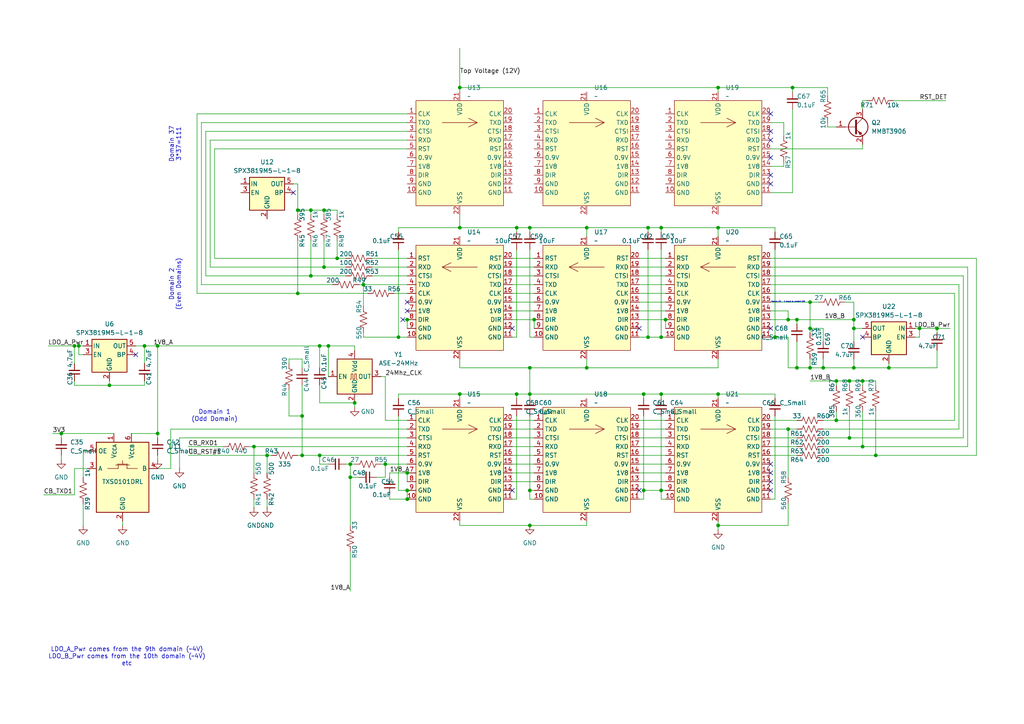
<source format=kicad_sch>
(kicad_sch (version 20250114) (generator "eeschema") (generator_version "9.0")
  (paper "A4")
  (text "Domain 2\n(Even Domains)" (at 50.8 82.55 90) (effects (font (size 1.27 1.27))))
  (text "Measure this - it should be constant 0.9V" (at 228.6 87.63 0) (effects (font (size 0.3 0.3))))
  (text "Domain 37\n3*37=111" (at 50.8 41.91 90) (effects (font (size 1.27 1.27))))
  (text "LDO_A_Pwr comes from the 9th domain (~4V)\nLDO_B_Pwr comes from the 10th domain (~4V)\netc" (at 36.83 190.5 0) (effects (font (size 1.27 1.27))))
  (text "Domain 1\n(Odd Domain)\n" (at 62.23 120.65 0) (effects (font (size 1.27 1.27))))
  (junction (at 118.11 137.16))
  (junction (at 97.79 74.93))
  (junction (at 77.47 132.08))
  (junction (at 208.28 66.04))
  (junction (at 92.71 132.08))
  (junction (at 247.65 92.71))
  (junction (at 208.28 114.3))
  (junction (at 153.67 114.3))
  (junction (at 247.65 95.25))
  (junction (at 101.6 138.43))
  (junction (at 102.87 116.84))
  (junction (at 224.79 97.79))
  (junction (at 45.72 100.33))
  (junction (at 246.38 110.49))
  (junction (at 45.72 125.73))
  (junction (at 247.65 106.68))
  (junction (at 170.18 66.04))
  (junction (at 87.63 132.08))
  (junction (at 191.77 66.04))
  (junction (at 149.86 66.04))
  (junction (at 31.75 111.76))
  (junction (at 118.11 92.71))
  (junction (at 101.6 134.62))
  (junction (at 133.35 114.3))
  (junction (at 90.17 80.01))
  (junction (at 250.19 110.49))
  (junction (at 90.17 60.96))
  (junction (at 115.57 97.79))
  (junction (at 242.57 110.49))
  (junction (at 17.78 125.73))
  (junction (at 187.96 66.04))
  (junction (at 153.67 142.24))
  (junction (at 186.69 114.3))
  (junction (at 229.87 25.4))
  (junction (at 191.77 142.24))
  (junction (at 93.98 60.96))
  (junction (at 191.77 97.79))
  (junction (at 234.95 87.63))
  (junction (at 86.36 85.09))
  (junction (at 73.66 129.54))
  (junction (at 186.69 142.24))
  (junction (at 191.77 114.3))
  (junction (at 271.78 95.25))
  (junction (at 193.04 92.71))
  (junction (at 238.76 106.68))
  (junction (at 153.67 152.4))
  (junction (at 242.57 121.92))
  (junction (at 257.81 106.68))
  (junction (at 118.11 142.24))
  (junction (at 41.91 100.33))
  (junction (at 133.35 66.04))
  (junction (at 111.76 134.62))
  (junction (at 22.86 100.33))
  (junction (at 250.19 129.54))
  (junction (at 87.63 120.65))
  (junction (at 254 132.08))
  (junction (at 228.6 124.46))
  (junction (at 153.67 66.04))
  (junction (at 208.28 152.4))
  (junction (at 86.36 60.96))
  (junction (at 234.95 95.25))
  (junction (at 208.28 25.4))
  (junction (at 95.25 100.33))
  (junction (at 231.14 92.71))
  (junction (at 170.18 106.68))
  (junction (at 105.41 82.55))
  (junction (at 154.94 92.71))
  (junction (at 133.35 25.4))
  (junction (at 231.14 106.68))
  (junction (at 153.67 106.68))
  (junction (at 234.95 106.68))
  (junction (at 118.11 144.78))
  (junction (at 187.96 97.79))
  (junction (at 228.6 92.71))
  (junction (at 21.59 100.33))
  (junction (at 93.98 77.47))
  (junction (at 149.86 114.3))
  (junction (at 92.71 100.33))
  (junction (at 266.7 95.25))
  (junction (at 246.38 127))
  (no_connect (at 118.11 90.17))
  (no_connect (at 223.52 134.62))
  (no_connect (at 223.52 95.25))
  (no_connect (at 223.52 137.16))
  (no_connect (at 185.42 142.24))
  (no_connect (at 185.42 95.25))
  (no_connect (at 223.52 33.02))
  (no_connect (at 223.52 38.1))
  (no_connect (at 223.52 53.34))
  (no_connect (at 223.52 142.24))
  (no_connect (at 223.52 40.64))
  (no_connect (at 223.52 139.7))
  (no_connect (at 116.84 92.71))
  (no_connect (at 39.37 102.87))
  (no_connect (at 148.59 95.25))
  (no_connect (at 223.52 50.8))
  (no_connect (at 118.11 87.63))
  (no_connect (at 250.19 97.79))
  (no_connect (at 148.59 142.24))
  (no_connect (at 85.09 55.88))
  (no_connect (at 223.52 45.72))
  (wire (pts (xy 223.52 127) (xy 231.14 127)))
  (wire (pts (xy 105.41 82.55) (xy 118.11 82.55)))
  (wire (pts (xy 185.42 134.62) (xy 193.04 134.62)))
  (wire (pts (xy 208.28 153.67) (xy 208.28 152.4)))
  (wire (pts (xy 247.65 87.63) (xy 247.65 92.71)))
  (wire (pts (xy 250.19 129.54) (xy 280.67 129.54)))
  (wire (pts (xy 153.67 144.78) (xy 154.94 144.78)))
  (wire (pts (xy 170.18 66.04) (xy 187.96 66.04)))
  (wire (pts (xy 259.08 29.21) (xy 274.32 29.21)))
  (wire (pts (xy 35.56 152.4) (xy 35.56 151.13)))
  (wire (pts (xy 101.6 160.02) (xy 101.6 171.45)))
  (wire (pts (xy 238.76 127) (xy 246.38 127)))
  (wire (pts (xy 228.6 124.46) (xy 228.6 138.43)))
  (wire (pts (xy 83.82 104.14) (xy 83.82 105.41)))
  (wire (pts (xy 92.71 111.76) (xy 92.71 116.84)))
  (wire (pts (xy 87.63 104.14) (xy 87.63 106.68)))
  (wire (pts (xy 97.79 74.93) (xy 97.79 69.85)))
  (wire (pts (xy 242.57 111.76) (xy 242.57 110.49)))
  (wire (pts (xy 228.6 124.46) (xy 231.14 124.46)))
  (wire (pts (xy 266.7 97.79) (xy 265.43 97.79)))
  (wire (pts (xy 154.94 97.79) (xy 153.67 97.79)))
  (wire (pts (xy 21.59 135.89) (xy 21.59 143.51)))
  (wire (pts (xy 242.57 36.83) (xy 240.03 36.83)))
  (wire (pts (xy 185.42 144.78) (xy 186.69 144.78)))
  (wire (pts (xy 191.77 114.3) (xy 191.77 115.57)))
  (wire (pts (xy 185.42 97.79) (xy 187.96 97.79)))
  (wire (pts (xy 149.86 120.65) (xy 149.86 144.78)))
  (wire (pts (xy 223.52 129.54) (xy 231.14 129.54)))
  (wire (pts (xy 100.33 74.93) (xy 97.79 74.93)))
  (wire (pts (xy 242.57 110.49) (xy 246.38 110.49)))
  (wire (pts (xy 153.67 142.24) (xy 153.67 144.78)))
  (wire (pts (xy 116.84 92.71) (xy 118.11 92.71)))
  (wire (pts (xy 49.53 124.46) (xy 118.11 124.46)))
  (wire (pts (xy 208.28 151.13) (xy 208.28 152.4)))
  (wire (pts (xy 185.42 82.55) (xy 193.04 82.55)))
  (wire (pts (xy 186.69 142.24) (xy 191.77 142.24)))
  (wire (pts (xy 54.61 132.08) (xy 77.47 132.08)))
  (wire (pts (xy 153.67 115.57) (xy 153.67 114.3)))
  (wire (pts (xy 148.59 132.08) (xy 154.94 132.08)))
  (wire (pts (xy 280.67 129.54) (xy 280.67 77.47)))
  (wire (pts (xy 185.42 85.09) (xy 193.04 85.09)))
  (wire (pts (xy 107.95 74.93) (xy 118.11 74.93)))
  (wire (pts (xy 39.37 100.33) (xy 41.91 100.33)))
  (wire (pts (xy 118.11 127) (xy 52.07 127)))
  (wire (pts (xy 148.59 74.93) (xy 154.94 74.93)))
  (wire (pts (xy 242.57 121.92) (xy 276.86 121.92)))
  (wire (pts (xy 25.4 135.89) (xy 21.59 135.89)))
  (wire (pts (xy 109.22 138.43) (xy 111.76 138.43)))
  (wire (pts (xy 113.03 144.78) (xy 118.11 144.78)))
  (wire (pts (xy 86.36 85.09) (xy 106.68 85.09)))
  (wire (pts (xy 271.78 96.52) (xy 271.78 95.25)))
  (wire (pts (xy 254 132.08) (xy 238.76 132.08)))
  (wire (pts (xy 224.79 67.31) (xy 224.79 66.04)))
  (wire (pts (xy 227.33 46.99) (xy 227.33 48.26)))
  (wire (pts (xy 228.6 146.05) (xy 228.6 152.4)))
  (wire (pts (xy 149.86 66.04) (xy 153.67 66.04)))
  (wire (pts (xy 229.87 25.4) (xy 240.03 25.4)))
  (wire (pts (xy 224.79 97.79) (xy 228.6 97.79)))
  (wire (pts (xy 228.6 97.79) (xy 228.6 106.68)))
  (wire (pts (xy 153.67 120.65) (xy 153.67 142.24)))
  (wire (pts (xy 21.59 100.33) (xy 22.86 100.33)))
  (wire (pts (xy 254 119.38) (xy 254 132.08)))
  (wire (pts (xy 17.78 125.73) (xy 17.78 127)))
  (wire (pts (xy 238.76 124.46) (xy 278.13 124.46)))
  (wire (pts (xy 223.52 87.63) (xy 234.95 87.63)))
  (wire (pts (xy 223.52 144.78) (xy 224.79 144.78)))
  (wire (pts (xy 153.67 106.68) (xy 170.18 106.68)))
  (wire (pts (xy 246.38 127) (xy 279.4 127)))
  (wire (pts (xy 77.47 137.16) (xy 77.47 132.08)))
  (wire (pts (xy 105.41 97.79) (xy 105.41 96.52)))
  (wire (pts (xy 228.6 92.71) (xy 231.14 92.71)))
  (wire (pts (xy 85.09 53.34) (xy 86.36 53.34)))
  (wire (pts (xy 185.42 74.93) (xy 193.04 74.93)))
  (wire (pts (xy 148.59 80.01) (xy 154.94 80.01)))
  (wire (pts (xy 234.95 106.68) (xy 238.76 106.68)))
  (wire (pts (xy 153.67 66.04) (xy 153.67 67.31)))
  (wire (pts (xy 153.67 114.3) (xy 149.86 114.3)))
  (wire (pts (xy 245.11 87.63) (xy 247.65 87.63)))
  (wire (pts (xy 276.86 85.09) (xy 223.52 85.09)))
  (wire (pts (xy 38.1 125.73) (xy 45.72 125.73)))
  (wire (pts (xy 92.71 132.08) (xy 118.11 132.08)))
  (wire (pts (xy 223.52 82.55) (xy 278.13 82.55)))
  (wire (pts (xy 111.76 134.62) (xy 111.76 138.43)))
  (wire (pts (xy 191.77 142.24) (xy 191.77 144.78)))
  (wire (pts (xy 58.42 82.55) (xy 58.42 35.56)))
  (wire (pts (xy 148.59 127) (xy 154.94 127)))
  (wire (pts (xy 223.52 97.79) (xy 224.79 97.79)))
  (wire (pts (xy 191.77 72.39) (xy 191.77 97.79)))
  (wire (pts (xy 62.23 74.93) (xy 62.23 43.18)))
  (wire (pts (xy 149.86 115.57) (xy 149.86 114.3)))
  (wire (pts (xy 208.28 115.57) (xy 208.28 114.3)))
  (wire (pts (xy 153.67 66.04) (xy 170.18 66.04)))
  (wire (pts (xy 153.67 152.4) (xy 170.18 152.4)))
  (wire (pts (xy 223.52 48.26) (xy 227.33 48.26)))
  (wire (pts (xy 148.59 85.09) (xy 154.94 85.09)))
  (wire (pts (xy 57.15 33.02) (xy 118.11 33.02)))
  (wire (pts (xy 148.59 124.46) (xy 154.94 124.46)))
  (wire (pts (xy 97.79 62.23) (xy 97.79 60.96)))
  (wire (pts (xy 191.77 114.3) (xy 208.28 114.3)))
  (wire (pts (xy 95.25 109.22) (xy 95.25 100.33)))
  (wire (pts (xy 234.95 95.25) (xy 234.95 87.63)))
  (wire (pts (xy 231.14 99.06) (xy 231.14 106.68)))
  (wire (pts (xy 185.42 139.7) (xy 193.04 139.7)))
  (wire (pts (xy 153.67 106.68) (xy 153.67 114.3)))
  (wire (pts (xy 149.86 114.3) (xy 133.35 114.3)))
  (wire (pts (xy 118.11 142.24) (xy 115.57 142.24)))
  (wire (pts (xy 257.81 106.68) (xy 271.78 106.68)))
  (wire (pts (xy 148.59 87.63) (xy 154.94 87.63)))
  (wire (pts (xy 240.03 36.83) (xy 240.03 35.56)))
  (wire (pts (xy 45.72 132.08) (xy 45.72 133.35)))
  (wire (pts (xy 185.42 87.63) (xy 193.04 87.63)))
  (wire (pts (xy 24.13 130.81) (xy 24.13 138.43)))
  (wire (pts (xy 87.63 120.65) (xy 87.63 132.08)))
  (wire (pts (xy 238.76 95.25) (xy 238.76 99.06)))
  (wire (pts (xy 283.21 74.93) (xy 223.52 74.93)))
  (wire (pts (xy 223.52 121.92) (xy 231.14 121.92)))
  (wire (pts (xy 15.24 125.73) (xy 17.78 125.73)))
  (wire (pts (xy 186.69 114.3) (xy 191.77 114.3)))
  (wire (pts (xy 83.82 120.65) (xy 83.82 113.03)))
  (wire (pts (xy 97.79 74.93) (xy 62.23 74.93)))
  (wire (pts (xy 247.65 106.68) (xy 257.81 106.68)))
  (wire (pts (xy 87.63 111.76) (xy 87.63 120.65)))
  (wire (pts (xy 57.15 85.09) (xy 57.15 33.02)))
  (wire (pts (xy 185.42 129.54) (xy 193.04 129.54)))
  (wire (pts (xy 92.71 100.33) (xy 95.25 100.33)))
  (wire (pts (xy 279.4 127) (xy 279.4 80.01)))
  (wire (pts (xy 118.11 142.24) (xy 118.11 144.78)))
  (wire (pts (xy 186.69 142.24) (xy 186.69 120.65)))
  (wire (pts (xy 186.69 114.3) (xy 186.69 115.57)))
  (wire (pts (xy 185.42 132.08) (xy 193.04 132.08)))
  (wire (pts (xy 17.78 132.08) (xy 17.78 133.35)))
  (wire (pts (xy 107.95 80.01) (xy 118.11 80.01)))
  (wire (pts (xy 148.59 134.62) (xy 154.94 134.62)))
  (wire (pts (xy 107.95 77.47) (xy 118.11 77.47)))
  (wire (pts (xy 133.35 151.13) (xy 133.35 152.4)))
  (wire (pts (xy 246.38 110.49) (xy 250.19 110.49)))
  (wire (pts (xy 59.69 80.01) (xy 59.69 38.1)))
  (wire (pts (xy 21.59 111.76) (xy 21.59 110.49)))
  (wire (pts (xy 115.57 120.65) (xy 115.57 142.24)))
  (wire (pts (xy 254 132.08) (xy 283.21 132.08)))
  (wire (pts (xy 92.71 132.08) (xy 92.71 134.62)))
  (wire (pts (xy 133.35 106.68) (xy 133.35 104.14)))
  (wire (pts (xy 149.86 72.39) (xy 149.86 97.79)))
  (wire (pts (xy 113.03 144.78) (xy 113.03 143.51)))
  (wire (pts (xy 279.4 80.01) (xy 223.52 80.01)))
  (wire (pts (xy 234.95 95.25) (xy 238.76 95.25)))
  (wire (pts (xy 191.77 120.65) (xy 191.77 142.24)))
  (wire (pts (xy 228.6 106.68) (xy 231.14 106.68)))
  (wire (pts (xy 133.35 152.4) (xy 153.67 152.4)))
  (wire (pts (xy 90.17 60.96) (xy 93.98 60.96)))
  (wire (pts (xy 102.87 100.33) (xy 102.87 101.6)))
  (wire (pts (xy 73.66 129.54) (xy 118.11 129.54)))
  (wire (pts (xy 92.71 100.33) (xy 92.71 106.68)))
  (wire (pts (xy 250.19 41.91) (xy 250.19 43.18)))
  (wire (pts (xy 41.91 110.49) (xy 41.91 111.76)))
  (wire (pts (xy 208.28 68.58) (xy 208.28 66.04)))
  (wire (pts (xy 95.25 100.33) (xy 102.87 100.33)))
  (wire (pts (xy 133.35 66.04) (xy 115.57 66.04)))
  (wire (pts (xy 41.91 100.33) (xy 41.91 105.41)))
  (wire (pts (xy 223.52 132.08) (xy 231.14 132.08)))
  (wire (pts (xy 83.82 120.65) (xy 87.63 120.65)))
  (wire (pts (xy 208.28 25.4) (xy 229.87 25.4)))
  (wire (pts (xy 154.94 92.71) (xy 154.94 95.25)))
  (wire (pts (xy 208.28 104.14) (xy 208.28 106.68)))
  (wire (pts (xy 223.52 90.17) (xy 228.6 90.17)))
  (wire (pts (xy 153.67 97.79) (xy 153.67 72.39)))
  (wire (pts (xy 250.19 29.21) (xy 251.46 29.21)))
  (wire (pts (xy 234.95 87.63) (xy 237.49 87.63)))
  (wire (pts (xy 227.33 35.56) (xy 227.33 39.37)))
  (wire (pts (xy 193.04 92.71) (xy 193.04 95.25)))
  (wire (pts (xy 185.42 124.46) (xy 193.04 124.46)))
  (wire (pts (xy 250.19 95.25) (xy 247.65 95.25)))
  (wire (pts (xy 24.13 100.33) (xy 22.86 100.33)))
  (wire (pts (xy 153.67 114.3) (xy 186.69 114.3)))
  (wire (pts (xy 95.25 134.62) (xy 92.71 134.62)))
  (wire (pts (xy 62.23 43.18) (xy 118.11 43.18)))
  (wire (pts (xy 250.19 29.21) (xy 250.19 31.75)))
  (wire (pts (xy 31.75 111.76) (xy 31.75 110.49)))
  (wire (pts (xy 100.33 134.62) (xy 101.6 134.62)))
  (wire (pts (xy 22.86 100.33) (xy 22.86 102.87)))
  (wire (pts (xy 77.47 144.78) (xy 77.47 147.32)))
  (wire (pts (xy 231.14 106.68) (xy 234.95 106.68)))
  (wire (pts (xy 208.28 152.4) (xy 228.6 152.4)))
  (wire (pts (xy 229.87 55.88) (xy 229.87 31.75)))
  (wire (pts (xy 100.33 80.01) (xy 90.17 80.01)))
  (wire (pts (xy 110.49 109.22) (xy 111.76 109.22)))
  (wire (pts (xy 149.86 67.31) (xy 149.86 66.04)))
  (wire (pts (xy 185.42 80.01) (xy 193.04 80.01)))
  (wire (pts (xy 113.03 137.16) (xy 113.03 138.43)))
  (wire (pts (xy 49.53 135.89) (xy 49.53 124.46)))
  (wire (pts (xy 114.3 85.09) (xy 118.11 85.09)))
  (wire (pts (xy 12.7 143.51) (xy 21.59 143.51)))
  (wire (pts (xy 21.59 105.41) (xy 21.59 100.33)))
  (wire (pts (xy 234.95 104.14) (xy 234.95 106.68)))
  (wire (pts (xy 247.65 104.14) (xy 247.65 106.68)))
  (wire (pts (xy 111.76 134.62) (xy 118.11 134.62)))
  (wire (pts (xy 250.19 111.76) (xy 250.19 110.49)))
  (wire (pts (xy 149.86 66.04) (xy 133.35 66.04)))
  (wire (pts (xy 118.11 95.25) (xy 118.11 92.71)))
  (wire (pts (xy 185.42 90.17) (xy 193.04 90.17)))
  (wire (pts (xy 93.98 60.96) (xy 93.98 62.23)))
  (wire (pts (xy 224.79 114.3) (xy 208.28 114.3)))
  (wire (pts (xy 223.52 124.46) (xy 228.6 124.46)))
  (wire (pts (xy 191.77 144.78) (xy 193.04 144.78)))
  (wire (pts (xy 148.59 121.92) (xy 154.94 121.92)))
  (wire (pts (xy 148.59 137.16) (xy 154.94 137.16)))
  (wire (pts (xy 208.28 66.04) (xy 224.79 66.04)))
  (wire (pts (xy 170.18 151.13) (xy 170.18 152.4)))
  (wire (pts (xy 102.87 116.84) (xy 102.87 118.11)))
  (wire (pts (xy 133.35 25.4) (xy 208.28 25.4)))
  (wire (pts (xy 45.72 100.33) (xy 41.91 100.33)))
  (wire (pts (xy 238.76 106.68) (xy 247.65 106.68)))
  (wire (pts (xy 148.59 90.17) (xy 154.94 90.17)))
  (wire (pts (xy 118.11 139.7) (xy 118.11 137.16)))
  (wire (pts (xy 87.63 132.08) (xy 92.71 132.08)))
  (wire (pts (xy 90.17 80.01) (xy 90.17 69.85)))
  (wire (pts (xy 86.36 85.09) (xy 86.36 69.85)))
  (wire (pts (xy 229.87 25.4) (xy 229.87 26.67)))
  (wire (pts (xy 148.59 82.55) (xy 154.94 82.55)))
  (wire (pts (xy 111.76 134.62) (xy 110.49 134.62)))
  (wire (pts (xy 191.77 66.04) (xy 191.77 67.31)))
  (wire (pts (xy 101.6 138.43) (xy 101.6 134.62)))
  (wire (pts (xy 257.81 106.68) (xy 257.81 105.41)))
  (wire (pts (xy 31.75 111.76) (xy 41.91 111.76)))
  (wire (pts (xy 45.72 100.33) (xy 92.71 100.33)))
  (wire (pts (xy 186.69 144.78) (xy 186.69 142.24)))
  (wire (pts (xy 148.59 144.78) (xy 149.86 144.78)))
  (wire (pts (xy 115.57 72.39) (xy 115.57 97.79)))
  (wire (pts (xy 60.96 77.47) (xy 60.96 40.64)))
  (wire (pts (xy 224.79 72.39) (xy 224.79 97.79)))
  (wire (pts (xy 246.38 110.49) (xy 246.38 111.76)))
  (wire (pts (xy 250.19 43.18) (xy 223.52 43.18)))
  (wire (pts (xy 228.6 90.17) (xy 228.6 92.71)))
  (wire (pts (xy 223.52 92.71) (xy 228.6 92.71)))
  (wire (pts (xy 52.07 127) (xy 52.07 135.89)))
  (wire (pts (xy 100.33 77.47) (xy 93.98 77.47)))
  (wire (pts (xy 105.41 97.79) (xy 115.57 97.79)))
  (wire (pts (xy 105.41 88.9) (xy 105.41 82.55)))
  (wire (pts (xy 278.13 82.55) (xy 278.13 124.46)))
  (wire (pts (xy 170.18 66.04) (xy 170.18 68.58)))
  (wire (pts (xy 280.67 77.47) (xy 223.52 77.47)))
  (wire (pts (xy 93.98 77.47) (xy 93.98 69.85)))
  (wire (pts (xy 115.57 66.04) (xy 115.57 67.31)))
  (wire (pts (xy 77.47 132.08) (xy 78.74 132.08)))
  (wire (pts (xy 266.7 95.25) (xy 266.7 97.79)))
  (wire (pts (xy 187.96 72.39) (xy 187.96 97.79)))
  (wire (pts (xy 45.72 125.73) (xy 45.72 127)))
  (wire (pts (xy 97.79 60.96) (xy 93.98 60.96)))
  (wire (pts (xy 104.14 82.55) (xy 105.41 82.55)))
  (wire (pts (xy 59.69 38.1) (xy 118.11 38.1)))
  (wire (pts (xy 208.28 26.67) (xy 208.28 25.4)))
  (wire (pts (xy 73.66 129.54) (xy 72.39 129.54)))
  (wire (pts (xy 13.97 100.33) (xy 21.59 100.33)))
  (wire (pts (xy 238.76 104.14) (xy 238.76 106.68)))
  (wire (pts (xy 187.96 66.04) (xy 191.77 66.04)))
  (wire (pts (xy 275.59 95.25) (xy 271.78 95.25)))
  (wire (pts (xy 223.52 35.56) (xy 227.33 35.56)))
  (wire (pts (xy 73.66 144.78) (xy 73.66 147.32)))
  (wire (pts (xy 86.36 53.34) (xy 86.36 60.96)))
  (wire (pts (xy 83.82 104.14) (xy 87.63 104.14)))
  (wire (pts (xy 234.95 95.25) (xy 234.95 96.52)))
  (wire (pts (xy 133.35 25.4) (xy 133.35 26.67)))
  (wire (pts (xy 115.57 114.3) (xy 115.57 115.57)))
  (wire (pts (xy 133.35 66.04) (xy 133.35 62.23)))
  (wire (pts (xy 170.18 104.14) (xy 170.18 106.68)))
  (wire (pts (xy 73.66 129.54) (xy 73.66 137.16)))
  (wire (pts (xy 60.96 40.64) (xy 118.11 40.64)))
  (wire (pts (xy 101.6 138.43) (xy 104.14 138.43)))
  (wire (pts (xy 283.21 132.08) (xy 283.21 74.93)))
  (wire (pts (xy 276.86 121.92) (xy 276.86 85.09)))
  (wire (pts (xy 242.57 119.38) (xy 242.57 121.92)))
  (wire (pts (xy 90.17 62.23) (xy 90.17 60.96)))
  (wire (pts (xy 191.77 66.04) (xy 208.28 66.04)))
  (wire (pts (xy 24.13 152.4) (xy 24.13 146.05)))
  (wire (pts (xy 185.42 137.16) (xy 193.04 137.16)))
  (wire (pts (xy 149.86 97.79) (xy 148.59 97.79)))
  (wire (pts (xy 54.61 129.54) (xy 64.77 129.54)))
  (wire (pts (xy 113.03 137.16) (xy 118.11 137.16)))
  (wire (pts (xy 92.71 116.84) (xy 102.87 116.84)))
  (wire (pts (xy 224.79 144.78) (xy 224.79 120.65)))
  (wire (pts (xy 45.72 135.89) (xy 49.53 135.89)))
  (wire (pts (xy 90.17 80.01) (xy 59.69 80.01)))
  (wire (pts (xy 101.6 152.4) (xy 101.6 138.43)))
  (wire (pts (xy 45.72 100.33) (xy 45.72 125.73)))
  (wire (pts (xy 271.78 95.25) (xy 266.7 95.25)))
  (wire (pts (xy 254 110.49) (xy 254 111.76)))
  (wire (pts (xy 187.96 66.04) (xy 187.96 67.31)))
  (wire (pts (xy 148.59 139.7) (xy 154.94 139.7)))
  (wire (pts (xy 187.96 97.79) (xy 191.77 97.79)))
  (wire (pts (xy 185.42 77.47) (xy 193.04 77.47)))
  (wire (pts (xy 22.86 102.87) (xy 24.13 102.87)))
  (wire (pts (xy 86.36 60.96) (xy 86.36 62.23)))
  (wire (pts (xy 238.76 129.54) (xy 250.19 129.54)))
  (wire (pts (xy 234.95 110.49) (xy 242.57 110.49)))
  (wire (pts (xy 115.57 97.79) (xy 118.11 97.79)))
  (wire (pts (xy 231.14 92.71) (xy 247.65 92.71)))
  (wire (pts (xy 247.65 92.71) (xy 247.65 95.25)))
  (wire (pts (xy 111.76 121.92) (xy 118.11 121.92)))
  (wire (pts (xy 90.17 60.96) (xy 86.36 60.96)))
  (wire (pts (xy 271.78 106.68) (xy 271.78 101.6)))
  (wire (pts (xy 133.35 114.3) (xy 133.35 115.57)))
  (wire (pts (xy 93.98 77.47) (xy 60.96 77.47)))
  (wire (pts (xy 86.36 85.09) (xy 57.15 85.09)))
  (wire (pts (xy 247.65 95.25) (xy 247.65 99.06)))
  (wire (pts (xy 185.42 127) (xy 193.04 127)))
  (wire (pts (xy 223.52 55.88) (xy 229.87 55.88)))
  (wire (pts (xy 265.43 95.25) (xy 266.7 95.25)))
  (wire (pts (xy 148.59 92.71) (xy 154.94 92.71)))
  (wire (pts (xy 148.59 129.54) (xy 154.94 129.54)))
  (wire (pts (xy 31.75 111.76) (xy 21.59 111.76)))
  (wire (pts (xy 17.78 125.73) (xy 33.02 125.73)))
  (wire (pts (xy 250.19 129.54) (xy 250.19 119.38)))
  (wire (pts (xy 111.76 109.22) (xy 111.76 121.92)))
  (wire (pts (xy 133.35 13.97) (xy 133.35 25.4)))
  (wire (pts (xy 101.6 134.62) (xy 102.87 134.62)))
  (wire (pts (xy 133.35 114.3) (xy 115.57 114.3)))
  (wire (pts (xy 58.42 35.56) (xy 118.11 35.56)))
  (wire (pts (xy 240.03 25.4) (xy 240.03 27.94)))
  (wire (pts (xy 191.77 97.79) (xy 193.04 97.79)))
  (wire (pts (xy 191.77 142.24) (xy 193.04 142.24)))
  (wire (pts (xy 25.4 130.81) (xy 24.13 130.81)))
  (wire (pts (xy 231.14 92.71) (xy 231.14 93.98)))
  (wire (pts (xy 250.19 110.49) (xy 254 110.49)))
  (wire (pts (xy 153.67 106.68) (xy 133.35 106.68)))
  (wire (pts (xy 148.59 77.47) (xy 154.94 77.47)))
  (wire (pts (xy 170.18 106.68) (xy 208.28 106.68)))
  (wire (pts (xy 185.42 92.71) (xy 193.04 92.71)))
  (wire (pts (xy 86.36 132.08) (xy 87.63 132.08)))
  (wire (pts (xy 224.79 115.57) (xy 224.79 114.3)))
  (wire (pts (xy 185.42 121.92) (xy 193.04 121.92)))
  (wire (pts (xy 238.76 121.92) (xy 242.57 121.92)))
  (wire (pts (xy 58.42 82.55) (xy 96.52 82.55)))
  (wire (pts (xy 246.38 119.38) (xy 246.38 127)))
  (wire (pts (xy 153.67 142.24) (xy 154.94 142.24)))
  (label "3V3" (at 15.24 125.73 0))
  (label "CB_RST#1" (at 54.61 132.08 0))
  (label "LDO_B_Pwr" (at 275.59 95.25 180))
  (label "Top Voltage (12V)" (at 133.35 21.59 0))
  (label "CB_RXD1" (at 54.61 129.54 0))
  (label "1V8_B" (at 245.11 92.71 180))
  (label "1V8_A" (at 113.03 137.16 0))
  (label "1V8_B" (at 234.95 110.49 0))
  (label "24Mhz_CLK" (at 111.76 109.22 0))
  (label "1V8_A" (at 44.45 100.33 0))
  (label "1V8_A" (at 101.6 171.45 180))
  (label "RST_DET" (at 266.7 29.21 0))
  (label "LDO_A_Pwr" (at 13.97 100.33 0))
  (label "CB_TXD1" (at 12.7 143.51 0))
  (symbol (lib_id "Device:C_Small") (at 191.77 69.85 180) (unit 1) (exclude_from_sim yes) (in_bom no) (on_board no)
    (property "Reference" "C63" (at 191.77 68.58 0) (effects (justify right)))
    (property "Value" "10uF" (at 194.31 69.85 0) (effects (justify right)))
    (property "Footprint" "Capacitor_SMD:C_0805_2012Metric" (effects (hide yes)))
    (property "Description" "Unpolarized capacitor, small symbol" (effects (hide yes)))
  )
  (symbol (lib_id "Device:R_US") (at 100.33 82.55 270) (unit 1) (exclude_from_sim yes) (in_bom no) (on_board no)
    (property "Reference" "R49" (at 104.14 81.28 90))
    (property "Value" "200" (at 96.52 81.28 90))
    (property "Footprint" "Resistor_SMD:R_0402_1005Metric" (effects (hide yes)))
    (property "Description" "Resistor, US symbol" (effects (hide yes)))
  )
  (symbol (lib_id "Device:C_Small") (at 271.78 99.06 0) (mirror x) (unit 1) (exclude_from_sim yes) (in_bom no) (on_board no)
    (property "Reference" "C71" (at 274.32 97.79 0) (effects (justify right)))
    (property "Value" "4.7uF" (at 271.78 100.33 0) (effects (justify right)))
    (property "Footprint" "Capacitor_SMD:C_0805_2012Metric" (effects (hide yes)))
    (property "Description" "Unpolarized capacitor, small symbol" (effects (hide yes)))
  )
  (symbol (lib_id "bitaxe:KF1950_mode0") (at 170.18 133.35 0) (unit 1) (exclude_from_sim yes) (in_bom no) (on_board no)
    (property "Reference" "U18" (at 172.3233 114.3 0) (effects (justify left)))
    (property "Value" "~" (at 172.3233 116.84 0) (effects (justify left)))
  )
  (symbol (lib_id "power:GND") (at 153.67 152.4 0) (unit 1) (exclude_from_sim yes) (in_bom no) (on_board no)
    (property "Reference" "#PWR04" (effects (hide yes)))
    (property "Value" "GND" (at 153.67 157.48 0))
    (property "Description" "Power symbol creates a global label with name \"GND\" , ground" (effects (hide yes)))
  )
  (symbol (lib_id "Device:C_Small") (at 186.69 118.11 180) (unit 1) (exclude_from_sim yes) (in_bom no) (on_board no)
    (property "Reference" "C61" (at 189.23 116.8335 0) (effects (justify right)))
    (property "Value" "C_Small" (at 189.23 119.3735 0) (effects (justify right)))
    (property "Footprint" "Capacitor_SMD:C_0402_1005Metric" (effects (hide yes)))
    (property "Description" "Unpolarized capacitor, small symbol" (effects (hide yes)))
  )
  (symbol (lib_id "Device:R_US") (at 234.95 132.08 90) (unit 1) (exclude_from_sim yes) (in_bom no) (on_board no)
    (property "Reference" "R64" (at 231.14 133.35 90))
    (property "Value" "200" (at 238.76 133.35 90))
    (property "Footprint" "Resistor_SMD:R_0402_1005Metric" (effects (hide yes)))
    (property "Description" "Resistor, US symbol" (effects (hide yes)))
  )
  (symbol (lib_id "bitaxe:KF1950_mode0") (at 208.28 133.35 0) (unit 1) (exclude_from_sim yes) (in_bom no) (on_board no)
    (property "Reference" "U21" (at 210.4233 114.3 0) (effects (justify left)))
    (property "Value" "~" (at 210.4233 116.84 0) (effects (justify left)))
  )
  (symbol (lib_id "Device:R_US") (at 234.95 100.33 180) (unit 1) (exclude_from_sim yes) (in_bom no) (on_board no)
    (property "Reference" "R59" (at 236.22 104.14 90))
    (property "Value" "33" (at 236.22 96.52 90))
    (property "Footprint" "Resistor_SMD:R_0402_1005Metric" (effects (hide yes)))
    (property "Description" "Resistor, US symbol" (effects (hide yes)))
  )
  (symbol (lib_id "Device:R_US") (at 73.66 140.97 180) (unit 1) (exclude_from_sim yes) (in_bom no) (on_board no)
    (property "Reference" "R41" (at 74.93 144.78 90))
    (property "Value" "550" (at 74.93 135.89 90))
    (property "Footprint" "Resistor_SMD:R_0402_1005Metric" (effects (hide yes)))
    (property "Description" "Resistor, US symbol" (effects (hide yes)))
  )
  (symbol (lib_id "Device:R_US") (at 246.38 115.57 0) (unit 1) (exclude_from_sim yes) (in_bom no) (on_board no)
    (property "Reference" "R68" (at 245.11 111.76 90))
    (property "Value" "1k" (at 245.11 119.38 90))
    (property "Footprint" "Resistor_SMD:R_0402_1005Metric" (effects (hide yes)))
    (property "Description" "Resistor, US symbol" (effects (hide yes)))
  )
  (symbol (lib_id "Transistor_BJT:MMBT3906") (at 247.65 36.83 0) (unit 1) (exclude_from_sim yes) (in_bom no) (on_board no)
    (property "Reference" "Q2" (at 252.73 35.5599 0) (effects (justify left)))
    (property "Value" "MMBT3906" (at 252.73 38.0999 0) (effects (justify left)))
    (property "Footprint" "Package_TO_SOT_SMD:SOT-23" (effects (hide yes)))
    (property "Datasheet" "https://www.onsemi.com/pdf/datasheet/pzt3906-d.pdf" (effects (hide yes)))
    (property "Description" "-0.2A Ic, -40V Vce, Small Signal PNP Transistor, SOT-23" (effects (hide yes)))
  )
  (symbol (lib_id "Device:C_Small") (at 224.79 69.85 180) (unit 1) (exclude_from_sim yes) (in_bom no) (on_board no)
    (property "Reference" "C65" (at 226.06 68.58 0) (effects (justify right)))
    (property "Value" "0.1uF" (at 226.06 71.12 0) (effects (justify right)))
    (property "Footprint" "Capacitor_SMD:C_0402_1005Metric" (effects (hide yes)))
    (property "Description" "Unpolarized capacitor, small symbol" (effects (hide yes)))
  )
  (symbol (lib_id "Device:R_US") (at 104.14 74.93 270) (unit 1) (exclude_from_sim yes) (in_bom no) (on_board no)
    (property "Reference" "R51" (at 107.95 73.66 90))
    (property "Value" "200" (at 100.33 73.66 90))
    (property "Footprint" "Resistor_SMD:R_0402_1005Metric" (effects (hide yes)))
    (property "Description" "Resistor, US symbol" (effects (hide yes)))
  )
  (symbol (lib_id "Device:R_US") (at 110.49 85.09 270) (unit 1) (exclude_from_sim yes) (in_bom no) (on_board no)
    (property "Reference" "R56" (at 114.3 83.82 90))
    (property "Value" "33" (at 106.68 83.82 90))
    (property "Footprint" "Resistor_SMD:R_0402_1005Metric" (effects (hide yes)))
    (property "Description" "Resistor, US symbol" (effects (hide yes)))
  )
  (symbol (lib_id "Device:C_Small") (at 191.77 118.11 180) (unit 1) (exclude_from_sim yes) (in_bom no) (on_board no)
    (property "Reference" "C64" (at 194.31 116.8335 0) (effects (justify right)))
    (property "Value" "C_Small" (at 194.31 119.3735 0) (effects (justify right)))
    (property "Footprint" "Capacitor_SMD:C_0402_1005Metric" (effects (hide yes)))
    (property "Description" "Unpolarized capacitor, small symbol" (effects (hide yes)))
  )
  (symbol (lib_id "Device:R_US") (at 228.6 142.24 0) (unit 1) (exclude_from_sim yes) (in_bom no) (on_board no)
    (property "Reference" "R58" (at 227.33 138.43 90))
    (property "Value" "560" (at 227.33 146.05 90))
    (property "Footprint" "Resistor_SMD:R_0402_1005Metric" (effects (hide yes)))
    (property "Description" "Resistor, US symbol" (effects (hide yes)))
  )
  (symbol (lib_id "Device:C_Small") (at 231.14 96.52 0) (mirror x) (unit 1) (exclude_from_sim yes) (in_bom no) (on_board no)
    (property "Reference" "C68" (at 228.6 95.2435 0) (effects (justify right)))
    (property "Value" "C_Small" (at 228.6 97.7835 0) (effects (justify right)))
    (property "Description" "Unpolarized capacitor, small symbol" (effects (hide yes)))
  )
  (symbol (lib_id "Device:C_Small") (at 115.57 118.11 180) (unit 1) (exclude_from_sim yes) (in_bom no) (on_board no)
    (property "Reference" "C56" (at 118.11 116.8335 0) (effects (justify right)))
    (property "Value" "C_Small" (at 118.11 119.3735 0) (effects (justify right)))
    (property "Footprint" "Capacitor_SMD:C_0402_1005Metric" (effects (hide yes)))
    (property "Description" "Unpolarized capacitor, small symbol" (effects (hide yes)))
  )
  (symbol (lib_id "Regulator_Linear:SPX3819M5-L-1-8") (at 257.81 97.79 0) (mirror y) (unit 1) (exclude_from_sim yes) (in_bom no) (on_board no)
    (property "Reference" "U22" (at 257.81 88.9 0))
    (property "Value" "SPX3819M5-L-1-8" (at 257.81 91.44 0))
    (property "Footprint" "Package_TO_SOT_SMD:SOT-23-5" (effects (hide yes)))
    (property "Datasheet" "https://www.exar.com/content/document.ashx?id=22106&languageid=1033&type=Datasheet&partnumber=SPX3819&filename=SPX3819.pdf&part=SPX3819" (effects (hide yes)))
    (property "Description" "500mA Low drop-out regulator, Fixed Output 1.8V, SOT-23-5" (effects (hide yes)))
  )
  (symbol (lib_id "Device:C_Small") (at 187.96 69.85 180) (unit 1) (exclude_from_sim yes) (in_bom no) (on_board no)
    (property "Reference" "C62" (at 185.42 68.58 0) (effects (justify right)))
    (property "Value" "0.1uF" (at 180.34 69.85 0) (effects (justify right)))
    (property "Footprint" "Capacitor_SMD:C_0402_1005Metric" (effects (hide yes)))
    (property "Description" "Unpolarized capacitor, small symbol" (effects (hide yes)))
  )
  (symbol (lib_id "bitaxe:KF1950_mode1") (at 133.35 86.36 0) (unit 1) (exclude_from_sim yes) (in_bom no) (on_board no)
    (property "Reference" "U14" (at 135.4933 67.31 0) (effects (justify left)))
    (property "Value" "~" (at 135.4933 69.85 0) (effects (justify left)))
  )
  (symbol (lib_id "Device:C_Small") (at 153.67 118.11 180) (unit 1) (exclude_from_sim yes) (in_bom no) (on_board no)
    (property "Reference" "C60" (at 156.21 116.8335 0) (effects (justify right)))
    (property "Value" "C_Small" (at 156.21 119.3735 0) (effects (justify right)))
    (property "Footprint" "Capacitor_SMD:C_0402_1005Metric" (effects (hide yes)))
    (property "Description" "Unpolarized capacitor, small symbol" (effects (hide yes)))
  )
  (symbol (lib_id "Device:R_US") (at 93.98 66.04 180) (unit 1) (exclude_from_sim yes) (in_bom no) (on_board no)
    (property "Reference" "R47" (at 95.25 69.85 90))
    (property "Value" "385" (at 95.25 62.23 90))
    (property "Footprint" "Resistor_SMD:R_0402_1005Metric" (effects (hide yes)))
    (property "Description" "Resistor, US symbol" (effects (hide yes)))
  )
  (symbol (lib_id "Device:R_US") (at 106.68 134.62 270) (unit 1) (exclude_from_sim yes) (in_bom no) (on_board no)
    (property "Reference" "R55" (at 110.49 133.35 90))
    (property "Value" "27" (at 102.87 133.35 90))
    (property "Footprint" "Resistor_SMD:R_0402_1005Metric" (effects (hide yes)))
    (property "Description" "Resistor, US symbol" (effects (hide yes)))
  )
  (symbol (lib_id "Device:C_Small") (at 149.86 118.11 180) (unit 1) (exclude_from_sim yes) (in_bom no) (on_board no)
    (property "Reference" "C58" (at 152.4 116.8335 0) (effects (justify right)))
    (property "Value" "C_Small" (at 152.4 119.3735 0) (effects (justify right)))
    (property "Footprint" "Capacitor_SMD:C_0402_1005Metric" (effects (hide yes)))
    (property "Description" "Unpolarized capacitor, small symbol" (effects (hide yes)))
  )
  (symbol (lib_id "Logic_LevelTranslator:TXS0101DRL") (at 35.56 138.43 0) (unit 1) (exclude_from_sim yes) (in_bom no) (on_board no)
    (property "Reference" "U11" (at 50.8 129.4698 0))
    (property "Value" "TXS0101DRL" (at 35.56 139.7 0))
    (property "Footprint" "Package_TO_SOT_SMD:SOT-563" (effects (hide yes)))
    (property "Datasheet" "https://www.ti.com/lit/ds/symlink/txs0101.pdf" (effects (hide yes)))
    (property "Description" "1-Bit Bidirectional Voltage-Level Shifter for Open-Drain and Push-Pull Application, SOT-563" (effects (hide yes)))
  )
  (symbol (lib_id "power:GND") (at 17.78 133.35 0) (unit 1) (exclude_from_sim yes) (in_bom no) (on_board no)
    (property "Reference" "#PWR09" (effects (hide yes)))
    (property "Value" "GND" (at 17.78 138.43 0))
    (property "Description" "Power symbol creates a global label with name \"GND\" , ground" (effects (hide yes)))
  )
  (symbol (lib_id "Device:R_US") (at 234.95 121.92 270) (unit 1) (exclude_from_sim yes) (in_bom no) (on_board no)
    (property "Reference" "R60" (at 238.76 120.65 90))
    (property "Value" "33" (at 231.14 120.65 90))
    (property "Footprint" "Resistor_SMD:R_0402_1005Metric" (effects (hide yes)))
    (property "Description" "Resistor, US symbol" (effects (hide yes)))
  )
  (symbol (lib_id "bitaxe:KF1950_mode0") (at 170.18 44.45 0) (unit 1) (exclude_from_sim yes) (in_bom no) (on_board no)
    (property "Reference" "U16" (at 172.3233 25.4 0) (effects (justify left)))
    (property "Value" "~" (at 172.3233 27.94 0) (effects (justify left)))
  )
  (symbol (lib_id "Device:C_Small") (at 113.03 140.97 180) (unit 1) (exclude_from_sim yes) (in_bom no) (on_board no)
    (property "Reference" "C54" (at 110.49 139.7 0) (effects (justify right)))
    (property "Value" "0.1uF" (at 107.95 143.51 0) (effects (justify right)))
    (property "Footprint" "Capacitor_SMD:C_0402_1005Metric" (effects (hide yes)))
    (property "Description" "Unpolarized capacitor, small symbol" (effects (hide yes)))
  )
  (symbol (lib_id "power:GND") (at 45.72 133.35 0) (unit 1) (exclude_from_sim yes) (in_bom no) (on_board no)
    (property "Reference" "#PWR05" (effects (hide yes)))
    (property "Value" "GND" (at 45.72 138.43 0))
    (property "Description" "Power symbol creates a global label with name \"GND\" , ground" (effects (hide yes)))
  )
  (symbol (lib_id "Device:R_US") (at 104.14 77.47 270) (unit 1) (exclude_from_sim yes) (in_bom no) (on_board no)
    (property "Reference" "R52" (at 107.95 76.2 90))
    (property "Value" "100" (at 100.33 76.2 90))
    (property "Footprint" "Resistor_SMD:R_0402_1005Metric" (effects (hide yes)))
    (property "Description" "Resistor, US symbol" (effects (hide yes)))
  )
  (symbol (lib_id "Device:R_US") (at 241.3 87.63 270) (unit 1) (exclude_from_sim yes) (in_bom no) (on_board no)
    (property "Reference" "R66" (at 245.11 86.36 90))
    (property "Value" "27" (at 237.49 86.36 90))
    (property "Footprint" "Resistor_SMD:R_0402_1005Metric" (effects (hide yes)))
    (property "Description" "Resistor, US symbol" (effects (hide yes)))
  )
  (symbol (lib_id "Device:R_US") (at 105.41 92.71 0) (unit 1) (exclude_from_sim yes) (in_bom no) (on_board no)
    (property "Reference" "R54" (at 104.14 88.9 90))
    (property "Value" "550" (at 104.14 96.52 90))
    (property "Footprint" "Resistor_SMD:R_0402_1005Metric" (effects (hide yes)))
    (property "Description" "Resistor, US symbol" (effects (hide yes)))
  )
  (symbol (lib_id "Device:R_US") (at 68.58 129.54 90) (unit 1) (exclude_from_sim yes) (in_bom no) (on_board no)
    (property "Reference" "R40" (at 64.77 130.81 90))
    (property "Value" "440" (at 69.85 130.81 90))
    (property "Footprint" "Resistor_SMD:R_0402_1005Metric" (effects (hide yes)))
    (property "Description" "Resistor, US symbol" (effects (hide yes)))
  )
  (symbol (lib_id "Device:C_Small") (at 45.72 129.54 180) (unit 1) (exclude_from_sim yes) (in_bom no) (on_board no)
    (property "Reference" "C42" (at 48.26 128.2635 0) (effects (justify right)))
    (property "Value" "C_Small" (at 48.26 130.8035 0) (effects (justify right)))
    (property "Footprint" "Capacitor_SMD:C_0402_1005Metric" (effects (hide yes)))
    (property "Description" "Unpolarized capacitor, small symbol" (effects (hide yes)))
  )
  (symbol (lib_id "Oscillator:ASE-xxxMHz") (at 102.87 109.22 0) (unit 1) (exclude_from_sim yes) (in_bom no) (on_board no)
    (property "Reference" "Y1" (at 115.57 102.7998 0))
    (property "Value" "ASE-24MHz" (at 115.57 105.3398 0))
    (property "Footprint" "Oscillator:Oscillator_SMD_Abracon_ASE-4Pin_3.2x2.5mm" (effects (hide yes)))
    (property "Datasheet" "http://www.abracon.com/Oscillators/ASV.pdf" (effects (hide yes)))
    (property "Description" "3.3V CMOS SMD Crystal Clock Oscillator, Abracon" (effects (hide yes)))
  )
  (symbol (lib_id "Device:R_US") (at 250.19 115.57 0) (unit 1) (exclude_from_sim yes) (in_bom no) (on_board no)
    (property "Reference" "R69" (at 248.92 111.76 90))
    (property "Value" "360" (at 248.92 119.38 90))
    (property "Footprint" "Resistor_SMD:R_0402_1005Metric" (effects (hide yes)))
    (property "Description" "Resistor, US symbol" (effects (hide yes)))
  )
  (symbol (lib_id "Device:R_US") (at 240.03 31.75 0) (unit 1) (exclude_from_sim yes) (in_bom no) (on_board no)
    (property "Reference" "R65" (at 238.76 27.94 90))
    (property "Value" "10k" (at 238.76 35.56 90))
    (property "Footprint" "Resistor_SMD:R_0402_1005Metric" (effects (hide yes)))
    (property "Description" "Resistor, US symbol" (effects (hide yes)))
  )
  (symbol (lib_id "Device:C_Small") (at 21.59 107.95 180) (unit 1) (exclude_from_sim yes) (in_bom no) (on_board no)
    (property "Reference" "C36" (at 20.32 111.76 90) (effects (justify right)))
    (property "Value" "4.7uF" (at 20.32 106.68 90) (effects (justify right)))
    (property "Footprint" "Capacitor_SMD:C_0402_1005Metric" (effects (hide yes)))
    (property "Description" "Unpolarized capacitor, small symbol" (effects (hide yes)))
  )
  (symbol (lib_id "Device:R_US") (at 90.17 66.04 0) (unit 1) (exclude_from_sim yes) (in_bom no) (on_board no)
    (property "Reference" "R46" (at 91.44 69.85 90))
    (property "Value" "1k" (at 91.44 62.23 90))
    (property "Footprint" "Resistor_SMD:R_0402_1005Metric" (effects (hide yes)))
    (property "Description" "Resistor, US symbol" (effects (hide yes)))
  )
  (symbol (lib_id "Device:C_Small") (at 17.78 129.54 180) (unit 1) (exclude_from_sim yes) (in_bom no) (on_board no)
    (property "Reference" "C35" (at 20.32 128.2635 0) (effects (justify right)))
    (property "Value" "C_Small" (at 20.32 130.8035 0) (effects (justify right)))
    (property "Footprint" "Capacitor_SMD:C_0402_1005Metric" (effects (hide yes)))
    (property "Description" "Unpolarized capacitor, small symbol" (effects (hide yes)))
  )
  (symbol (lib_id "Device:R_US") (at 101.6 156.21 180) (unit 1) (exclude_from_sim yes) (in_bom no) (on_board no)
    (property "Reference" "R50" (at 102.87 160.02 90))
    (property "Value" "33" (at 102.87 152.4 90))
    (property "Footprint" "Resistor_SMD:R_0402_1005Metric" (effects (hide yes)))
    (property "Description" "Resistor, US symbol" (effects (hide yes)))
  )
  (symbol (lib_id "Device:C_Small") (at 41.91 107.95 180) (unit 1) (exclude_from_sim yes) (in_bom no) (on_board no)
    (property "Reference" "C41" (at 43.18 111.76 90) (effects (justify right)))
    (property "Value" "4.7uF" (at 43.18 106.68 90) (effects (justify right)))
    (property "Footprint" "Capacitor_SMD:C_0402_1005Metric" (effects (hide yes)))
    (property "Description" "Unpolarized capacitor, small symbol" (effects (hide yes)))
  )
  (symbol (lib_id "Device:C_Small") (at 115.57 69.85 180) (unit 1) (exclude_from_sim yes) (in_bom no) (on_board no)
    (property "Reference" "C55" (at 113.03 68.58 0) (effects (justify right)))
    (property "Value" "0.1uF" (at 107.95 69.85 0) (effects (justify right)))
    (property "Footprint" "Capacitor_SMD:C_0402_1005Metric" (effects (hide yes)))
    (property "Description" "Unpolarized capacitor, small symbol" (effects (hide yes)))
  )
  (symbol (lib_id "power:GND") (at 52.07 135.89 0) (unit 1) (exclude_from_sim yes) (in_bom no) (on_board no)
    (property "Reference" "#PWR07" (effects (hide yes)))
    (property "Value" "GND" (at 52.07 140.97 0))
    (property "Description" "Power symbol creates a global label with name \"GND\" , ground" (effects (hide yes)))
  )
  (symbol (lib_id "Device:R_US") (at 234.95 124.46 90) (unit 1) (exclude_from_sim yes) (in_bom no) (on_board no)
    (property "Reference" "R61" (at 231.14 125.73 90))
    (property "Value" "200" (at 238.76 125.73 90))
    (property "Footprint" "Resistor_SMD:R_0402_1005Metric" (effects (hide yes)))
    (property "Description" "Resistor, US symbol" (effects (hide yes)))
  )
  (symbol (lib_id "Device:C_Small") (at 247.65 101.6 0) (mirror x) (unit 1) (exclude_from_sim yes) (in_bom no) (on_board no)
    (property "Reference" "C70" (at 247.65 100.33 0) (effects (justify right)))
    (property "Value" "4.7uF" (at 247.65 102.87 0) (effects (justify right)))
    (property "Footprint" "Capacitor_SMD:C_0805_2012Metric" (effects (hide yes)))
    (property "Description" "Unpolarized capacitor, small symbol" (effects (hide yes)))
  )
  (symbol (lib_id "Device:C_Small") (at 87.63 109.22 0) (unit 1) (exclude_from_sim yes) (in_bom no) (on_board no)
    (property "Reference" "C44" (at 88.9 111.76 90))
    (property "Value" "C_Small" (at 88.9 104.14 90))
    (property "Footprint" "Capacitor_SMD:C_0402_1005Metric" (effects (hide yes)))
    (property "Description" "Unpolarized capacitor, small symbol" (effects (hide yes)))
  )
  (symbol (lib_id "Device:R_US") (at 254 115.57 0) (unit 1) (exclude_from_sim yes) (in_bom no) (on_board no)
    (property "Reference" "R70" (at 252.73 111.76 90))
    (property "Value" "1k" (at 252.73 119.38 90))
    (property "Footprint" "Resistor_SMD:R_0402_1005Metric" (effects (hide yes)))
    (property "Description" "Resistor, US symbol" (effects (hide yes)))
  )
  (symbol (lib_id "Device:C_Small") (at 149.86 69.85 180) (unit 1) (exclude_from_sim yes) (in_bom no) (on_board no)
    (property "Reference" "C57" (at 147.32 68.58 0) (effects (justify right)))
    (property "Value" "10uF" (at 143.51 69.85 0) (effects (justify right)))
    (property "Footprint" "Capacitor_SMD:C_0805_2012Metric" (effects (hide yes)))
    (property "Description" "Unpolarized capacitor, small symbol" (effects (hide yes)))
  )
  (symbol (lib_id "bitaxe:KF1950_mode0") (at 208.28 44.45 0) (unit 1) (exclude_from_sim yes) (in_bom no) (on_board no)
    (property "Reference" "U19" (at 210.4233 25.4 0) (effects (justify left)))
    (property "Value" "~" (at 210.4233 27.94 0) (effects (justify left)))
  )
  (symbol (lib_id "Device:C_Small") (at 97.79 134.62 270) (unit 1) (exclude_from_sim yes) (in_bom no) (on_board no)
    (property "Reference" "C46" (at 95.25 133.35 90))
    (property "Value" "0.1uF" (at 92.71 135.89 90))
    (property "Footprint" "Capacitor_SMD:C_0402_1005Metric" (effects (hide yes)))
    (property "Description" "Unpolarized capacitor, small symbol" (effects (hide yes)))
  )
  (symbol (lib_id "power:GND") (at 102.87 118.11 0) (unit 1) (exclude_from_sim yes) (in_bom no) (on_board no)
    (property "Reference" "#PWR06" (effects (hide yes)))
    (property "Value" "GND" (at 106.68 119.38 0))
    (property "Description" "Power symbol creates a global label with name \"GND\" , ground" (effects (hide yes)))
  )
  (symbol (lib_id "power:GND") (at 208.28 153.67 0) (unit 1) (exclude_from_sim yes) (in_bom no) (on_board no)
    (property "Reference" "#PWR013" (effects (hide yes)))
    (property "Value" "GND" (at 208.28 158.75 0))
    (property "Description" "Power symbol creates a global label with name \"GND\" , ground" (effects (hide yes)))
  )
  (symbol (lib_id "Device:R_US") (at 83.82 109.22 180) (unit 1) (exclude_from_sim yes) (in_bom no) (on_board no)
    (property "Reference" "R44" (at 82.55 113.03 90))
    (property "Value" "390" (at 82.55 105.41 90))
    (property "Footprint" "Resistor_SMD:R_0402_1005Metric" (effects (hide yes)))
    (property "Description" "Resistor, US symbol" (effects (hide yes)))
  )
  (symbol (lib_id "Device:C_Small") (at 238.76 101.6 0) (mirror x) (unit 1) (exclude_from_sim yes) (in_bom no) (on_board no)
    (property "Reference" "C69" (at 240.03 100.33 90) (effects (justify right)))
    (property "Value" "0.1uF" (at 237.49 100.33 90) (effects (justify right)))
    (property "Description" "Unpolarized capacitor, small symbol" (effects (hide yes)))
  )
  (symbol (lib_id "bitaxe:KF1950_mode0") (at 133.35 44.45 0) (unit 1) (exclude_from_sim yes) (in_bom no) (on_board no)
    (property "Reference" "U13" (at 135.4933 25.4 0) (effects (justify left)))
    (property "Value" "~" (at 135.4933 27.94 0) (effects (justify left)))
  )
  (symbol (lib_id "Device:C_Small") (at 106.68 138.43 270) (unit 1) (exclude_from_sim yes) (in_bom no) (on_board no)
    (property "Reference" "C48" (at 104.14 137.16 90))
    (property "Value" "0.1uF" (at 106.68 140.97 90))
    (property "Footprint" "Capacitor_SMD:C_0402_1005Metric" (effects (hide yes)))
    (property "Description" "Unpolarized capacitor, small symbol" (effects (hide yes)))
  )
  (symbol (lib_id "Device:R_US") (at 104.14 80.01 270) (unit 1) (exclude_from_sim yes) (in_bom no) (on_board no)
    (property "Reference" "R53" (at 107.95 78.74 90))
    (property "Value" "200" (at 100.33 78.74 90))
    (property "Footprint" "Resistor_SMD:R_0402_1005Metric" (effects (hide yes)))
    (property "Description" "Resistor, US symbol" (effects (hide yes)))
  )
  (symbol (lib_id "Device:R_US") (at 82.55 132.08 90) (unit 1) (exclude_from_sim yes) (in_bom no) (on_board no)
    (property "Reference" "R43" (at 78.74 130.81 90))
    (property "Value" "335" (at 82.55 134.62 90))
    (property "Footprint" "Resistor_SMD:R_0402_1005Metric" (effects (hide yes)))
    (property "Description" "Resistor, US symbol" (effects (hide yes)))
  )
  (symbol (lib_id "Device:C_Small") (at 153.67 69.85 180) (unit 1) (exclude_from_sim yes) (in_bom no) (on_board no)
    (property "Reference" "C59" (at 153.67 68.58 0) (effects (justify right)))
    (property "Value" "10uF" (at 156.21 69.85 0) (effects (justify right)))
    (property "Footprint" "Capacitor_SMD:C_0805_2012Metric" (effects (hide yes)))
    (property "Description" "Unpolarized capacitor, small symbol" (effects (hide yes)))
  )
  (symbol (lib_id "power:GND") (at 35.56 152.4 0) (unit 1) (exclude_from_sim yes) (in_bom no) (on_board no)
    (property "Reference" "#PWR08" (effects (hide yes)))
    (property "Value" "GND" (at 35.56 157.48 0))
    (property "Description" "Power symbol creates a global label with name \"GND\" , ground" (effects (hide yes)))
  )
  (symbol (lib_id "Device:R_US") (at 242.57 115.57 0) (unit 1) (exclude_from_sim yes) (in_bom no) (on_board no)
    (property "Reference" "R67" (at 241.3 111.76 90))
    (property "Value" "385" (at 241.3 119.38 90))
    (property "Footprint" "Resistor_SMD:R_0402_1005Metric" (effects (hide yes)))
    (property "Description" "Resistor, US symbol" (effects (hide yes)))
  )
  (symbol (lib_id "Device:C_Small") (at 224.79 118.11 180) (unit 1) (exclude_from_sim yes) (in_bom no) (on_board no)
    (property "Reference" "C66" (at 220.98 116.84 0) (effects (justify right)))
    (property "Value" "C_Small" (at 226.06 116.84 0) (effects (justify right)))
    (property "Footprint" "Capacitor_SMD:C_0402_1005Metric" (effects (hide yes)))
    (property "Description" "Unpolarized capacitor, small symbol" (effects (hide yes)))
  )
  (symbol (lib_id "bitaxe:KF1950_mode0") (at 133.35 133.35 0) (unit 1) (exclude_from_sim yes) (in_bom no) (on_board no)
    (property "Reference" "U15" (at 135.4933 114.3 0) (effects (justify left)))
    (property "Value" "~" (at 135.4933 116.84 0) (effects (justify left)))
  )
  (symbol (lib_id "Regulator_Linear:SPX3819M5-L-1-8") (at 31.75 102.87 0) (unit 1) (exclude_from_sim yes) (in_bom no) (on_board no)
    (property "Reference" "U6" (at 31.75 93.98 0))
    (property "Value" "SPX3819M5-L-1-8" (at 31.75 96.52 0))
    (property "Footprint" "Package_TO_SOT_SMD:SOT-23-5" (effects (hide yes)))
    (property "Datasheet" "https://www.exar.com/content/document.ashx?id=22106&languageid=1033&type=Datasheet&partnumber=SPX3819&filename=SPX3819.pdf&part=SPX3819" (effects (hide yes)))
    (property "Description" "500mA Low drop-out regulator, Fixed Output 1.8V, SOT-23-5" (effects (hide yes)))
  )
  (symbol (lib_id "bitaxe:KF1950_mode1") (at 208.28 86.36 0) (unit 1) (exclude_from_sim yes) (in_bom no) (on_board no)
    (property "Reference" "U20" (at 210.4233 67.31 0) (effects (justify left)))
    (property "Value" "~" (at 210.4233 69.85 0) (effects (justify left)))
  )
  (symbol (lib_id "Device:R_US") (at 234.95 129.54 90) (unit 1) (exclude_from_sim yes) (in_bom no) (on_board no)
    (property "Reference" "R63" (at 231.14 130.81 90))
    (property "Value" "100" (at 238.76 130.81 90))
    (property "Footprint" "Resistor_SMD:R_0402_1005Metric" (effects (hide yes)))
    (property "Description" "Resistor, US symbol" (effects (hide yes)))
  )
  (symbol (lib_id "Device:R_US") (at 227.33 43.18 180) (unit 1) (exclude_from_sim yes) (in_bom no) (on_board no)
    (property "Reference" "R57" (at 228.6 46.99 90))
    (property "Value" "1k" (at 228.6 39.37 90))
    (property "Footprint" "Resistor_SMD:R_0402_1005Metric" (effects (hide yes)))
    (property "Description" "Resistor, US symbol" (effects (hide yes)))
  )
  (symbol (lib_id "bitaxe:KF1950_mode1") (at 170.18 86.36 0) (unit 1) (exclude_from_sim yes) (in_bom no) (on_board no)
    (property "Reference" "U17" (at 172.3233 67.31 0) (effects (justify left)))
    (property "Value" "~" (at 172.3233 69.85 0) (effects (justify left)))
  )
  (symbol (lib_id "Device:R_US") (at 255.27 29.21 90) (unit 1) (exclude_from_sim yes) (in_bom no) (on_board no)
    (property "Reference" "R71" (at 251.46 30.48 90))
    (property "Value" "10k" (at 259.08 30.48 90))
    (property "Footprint" "Resistor_SMD:R_0402_1005Metric" (effects (hide yes)))
    (property "Description" "Resistor, US symbol" (effects (hide yes)))
  )
  (symbol (lib_id "Device:R_US") (at 77.47 140.97 180) (unit 1) (exclude_from_sim yes) (in_bom no) (on_board no)
    (property "Reference" "R42" (at 78.74 144.78 90))
    (property "Value" "500" (at 78.74 135.89 90))
    (property "Footprint" "Resistor_SMD:R_0402_1005Metric" (effects (hide yes)))
    (property "Description" "Resistor, US symbol" (effects (hide yes)))
  )
  (symbol (lib_id "Device:R_US") (at 24.13 142.24 180) (unit 1) (exclude_from_sim yes) (in_bom no) (on_board no)
    (property "Reference" "R39" (at 25.4 146.05 90))
    (property "Value" "1k" (at 25.4 137.16 90))
    (property "Footprint" "Resistor_SMD:R_0402_1005Metric" (effects (hide yes)))
    (property "Description" "Resistor, US symbol" (effects (hide yes)))
  )
  (symbol (lib_id "Device:C_Small") (at 229.87 29.21 180) (unit 1) (exclude_from_sim yes) (in_bom no) (on_board no)
    (property "Reference" "C67" (at 231.14 27.94 0) (effects (justify right)))
    (property "Value" "0.1uF" (at 231.14 30.48 0) (effects (justify right)))
    (property "Footprint" "Capacitor_SMD:C_0402_1005Metric" (effects (hide yes)))
    (property "Description" "Unpolarized capacitor, small symbol" (effects (hide yes)))
  )
  (symbol (lib_id "Regulator_Linear:SPX3819M5-L-1-8") (at 77.47 55.88 0) (unit 1) (exclude_from_sim yes) (in_bom no) (on_board no)
    (property "Reference" "U12" (at 77.47 46.99 0))
    (property "Value" "SPX3819M5-L-1-8" (at 77.47 49.53 0))
    (property "Footprint" "Package_TO_SOT_SMD:SOT-23-5" (effects (hide yes)))
    (property "Datasheet" "https://www.exar.com/content/document.ashx?id=22106&languageid=1033&type=Datasheet&partnumber=SPX3819&filename=SPX3819.pdf&part=SPX3819" (effects (hide yes)))
    (property "Description" "500mA Low drop-out regulator, Fixed Output 1.8V, SOT-23-5" (effects (hide yes)))
  )
  (symbol (lib_id "power:GND") (at 77.47 147.32 0) (unit 1) (exclude_from_sim yes) (in_bom no) (on_board no)
    (property "Reference" "#PWR011" (effects (hide yes)))
    (property "Value" "GND" (at 77.47 152.4 0))
    (property "Description" "Power symbol creates a global label with name \"GND\" , ground" (effects (hide yes)))
  )
  (symbol (lib_id "Device:R_US") (at 97.79 66.04 0) (unit 1) (exclude_from_sim yes) (in_bom no) (on_board no)
    (property "Reference" "R48" (at 99.06 69.85 90))
    (property "Value" "1k" (at 99.06 62.23 90))
    (property "Footprint" "Resistor_SMD:R_0402_1005Metric" (effects (hide yes)))
    (property "Description" "Resistor, US symbol" (effects (hide yes)))
  )
  (symbol (lib_id "Device:C_Small") (at 92.71 109.22 180) (unit 1) (exclude_from_sim yes) (in_bom no) (on_board no)
    (property "Reference" "C45" (at 93.98 113.03 90) (effects (justify right)))
    (property "Value" "0.1uF" (at 93.98 107.95 90) (effects (justify right)))
    (property "Footprint" "Capacitor_SMD:C_0402_1005Metric" (effects (hide yes)))
    (property "Description" "Unpolarized capacitor, small symbol" (effects (hide yes)))
  )
  (symbol (lib_id "power:GND") (at 73.66 147.32 0) (unit 1) (exclude_from_sim yes) (in_bom no) (on_board no)
    (property "Reference" "#PWR010" (effects (hide yes)))
    (property "Value" "GND" (at 73.66 152.4 0))
    (property "Description" "Power symbol creates a global label with name \"GND\" , ground" (effects (hide yes)))
  )
  (symbol (lib_id "Device:R_US") (at 234.95 127 90) (unit 1) (exclude_from_sim yes) (in_bom no) (on_board no)
    (property "Reference" "R62" (at 231.14 128.27 90))
    (property "Value" "200" (at 238.76 128.27 90))
    (property "Footprint" "Resistor_SMD:R_0402_1005Metric" (effects (hide yes)))
    (property "Description" "Resistor, US symbol" (effects (hide yes)))
  )
  (symbol (lib_id "Device:R_US") (at 86.36 66.04 180) (unit 1) (exclude_from_sim yes) (in_bom no) (on_board no)
    (property "Reference" "R45" (at 87.63 69.85 90))
    (property "Value" "395" (at 87.63 62.23 90))
    (property "Footprint" "Resistor_SMD:R_0402_1005Metric" (effects (hide yes)))
    (property "Description" "Resistor, US symbol" (effects (hide yes)))
  )
  (symbol (lib_id "power:GND") (at 24.13 152.4 0) (unit 1) (exclude_from_sim yes) (in_bom no) (on_board no)
    (property "Reference" "#PWR012" (effects (hide yes)))
    (property "Value" "GND" (at 24.13 157.48 0))
    (property "Description" "Power symbol creates a global label with name \"GND\" , ground" (effects (hide yes)))
  )
)
</source>
